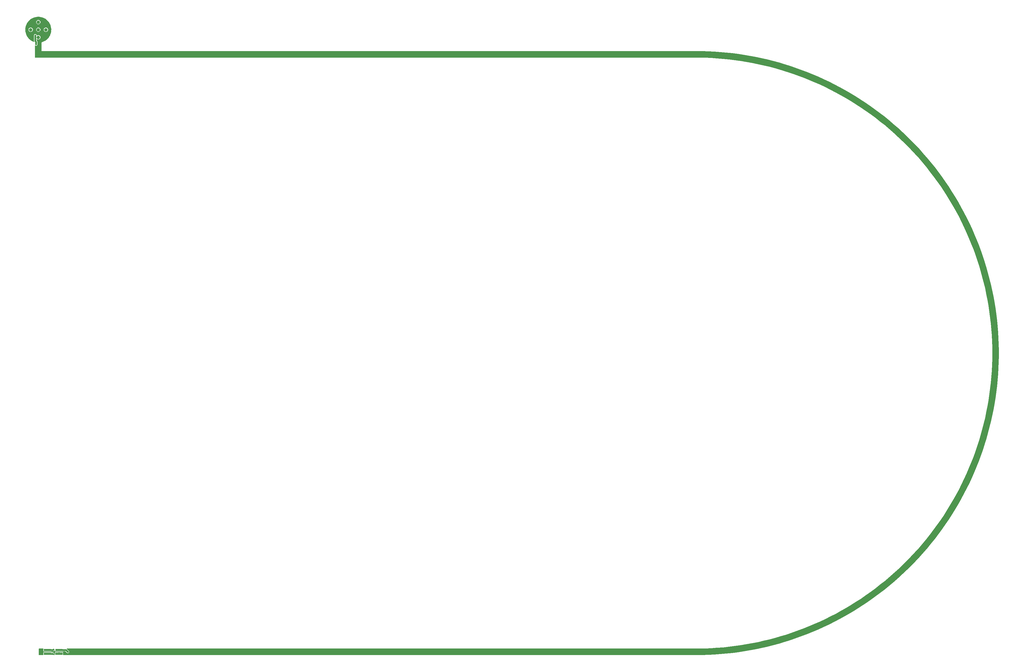
<source format=gbr>
%TF.GenerationSoftware,KiCad,Pcbnew,7.0.8-7.0.8~ubuntu22.04.1*%
%TF.CreationDate,2023-10-12T13:08:16-04:00*%
%TF.ProjectId,flex-IQ80xL,666c6578-2d49-4513-9830-784c2e6b6963,rev?*%
%TF.SameCoordinates,Original*%
%TF.FileFunction,Copper,L1,Top*%
%TF.FilePolarity,Positive*%
%FSLAX46Y46*%
G04 Gerber Fmt 4.6, Leading zero omitted, Abs format (unit mm)*
G04 Created by KiCad (PCBNEW 7.0.8-7.0.8~ubuntu22.04.1) date 2023-10-12 13:08:16*
%MOMM*%
%LPD*%
G01*
G04 APERTURE LIST*
%TA.AperFunction,ComponentPad*%
%ADD10C,1.143000*%
%TD*%
%TA.AperFunction,SMDPad,CuDef*%
%ADD11R,2.400000X0.740000*%
%TD*%
%TA.AperFunction,ViaPad*%
%ADD12C,0.400000*%
%TD*%
%TA.AperFunction,Conductor*%
%ADD13C,0.600000*%
%TD*%
G04 APERTURE END LIST*
D10*
%TO.P,U1,1,GND*%
%TO.N,GND*%
X25000000Y-22460000D03*
%TO.P,U1,2,OUT*%
%TO.N,Net-(U1-OUT)*%
X22460000Y-25000000D03*
%TO.P,U1,3,V+*%
%TO.N,VCC*%
X25000000Y-27540000D03*
%TO.P,U1,4,V-*%
%TO.N,VSS*%
X27540000Y-25000000D03*
%TO.P,U1,5,CASE*%
%TO.N,GND*%
X25000000Y-25000000D03*
%TD*%
D11*
%TO.P,J1,1,Pin_1*%
%TO.N,VSS*%
X28050000Y-232615000D03*
%TO.P,J1,2,Pin_2*%
%TO.N,Net-(J1-Pin_2)*%
X31950000Y-232615000D03*
%TO.P,J1,3,Pin_3*%
%TO.N,VCC*%
X28050000Y-233885000D03*
%TO.P,J1,4,Pin_4*%
%TO.N,GND*%
X31950000Y-233885000D03*
%TD*%
D12*
%TO.N,GND*%
X27975000Y-26275000D03*
%TO.N,VCC*%
X29950000Y-234000000D03*
%TO.N,VSS*%
X24250000Y-29900000D03*
X30050000Y-232500000D03*
X24000000Y-26900000D03*
%TO.N,Net-(J1-Pin_2)*%
X34850000Y-233250000D03*
%TD*%
D13*
%TO.N,VCC*%
X28050000Y-233885000D02*
X29835000Y-233885000D01*
X29835000Y-233885000D02*
X29950000Y-234000000D01*
%TO.N,VSS*%
X24250000Y-29000000D02*
X24250000Y-29900000D01*
X24000000Y-28750000D02*
X24250000Y-29000000D01*
X28050000Y-232615000D02*
X29935000Y-232615000D01*
X24000000Y-26900000D02*
X24000000Y-28750000D01*
X29935000Y-232615000D02*
X30050000Y-232500000D01*
%TO.N,Net-(J1-Pin_2)*%
X31950000Y-232615000D02*
X34215000Y-232615000D01*
X34215000Y-232615000D02*
X34850000Y-233250000D01*
%TD*%
%TA.AperFunction,Conductor*%
%TO.N,GND*%
G36*
X25205590Y-20655444D02*
G01*
X25608067Y-20693297D01*
X25611484Y-20693780D01*
X26008682Y-20769160D01*
X26012003Y-20769953D01*
X26347209Y-20866823D01*
X26400384Y-20882190D01*
X26403669Y-20883308D01*
X26779812Y-21031411D01*
X26782978Y-21032832D01*
X26892307Y-21088212D01*
X27143608Y-21215507D01*
X27146614Y-21217212D01*
X27488549Y-21432851D01*
X27491394Y-21434838D01*
X27811635Y-21681544D01*
X27814281Y-21683789D01*
X28110010Y-21959396D01*
X28112425Y-21961867D01*
X28381060Y-22263968D01*
X28383236Y-22266659D01*
X28622397Y-22592580D01*
X28624317Y-22595471D01*
X28831903Y-22942343D01*
X28833543Y-22945401D01*
X29007738Y-23310187D01*
X29009085Y-23313385D01*
X29148359Y-23692888D01*
X29149401Y-23696198D01*
X29252528Y-24087074D01*
X29253255Y-24090467D01*
X29319327Y-24489272D01*
X29319734Y-24492718D01*
X29348173Y-24895967D01*
X29348254Y-24899436D01*
X29338810Y-25303574D01*
X29338567Y-25307035D01*
X29291321Y-25708513D01*
X29290754Y-25711936D01*
X29206127Y-26107217D01*
X29205242Y-26110572D01*
X29083966Y-26496210D01*
X29082771Y-26499468D01*
X28925925Y-26872043D01*
X28924430Y-26875175D01*
X28733381Y-27231435D01*
X28731599Y-27234413D01*
X28508037Y-27571209D01*
X28505984Y-27574007D01*
X28278661Y-27855243D01*
X28251871Y-27888386D01*
X28249565Y-27890979D01*
X27967115Y-28180197D01*
X27964577Y-28182563D01*
X27656293Y-28444058D01*
X27653544Y-28446176D01*
X27322135Y-28677653D01*
X27319200Y-28679504D01*
X26967577Y-28878926D01*
X26964482Y-28880495D01*
X26595712Y-29046126D01*
X26592483Y-29047398D01*
X26209762Y-29177790D01*
X26207406Y-29178506D01*
X26172097Y-29187967D01*
X26172095Y-29187968D01*
X26147229Y-29212834D01*
X26145750Y-29214234D01*
X26124014Y-29233697D01*
X26121931Y-29236639D01*
X26115473Y-29244293D01*
X26115064Y-29245001D01*
X26107782Y-29272175D01*
X26106239Y-29276725D01*
X26097786Y-29297192D01*
X26099440Y-29326147D01*
X26099500Y-29328257D01*
X26099500Y-31970443D01*
X26096979Y-31989593D01*
X26094191Y-31999999D01*
X26094191Y-32000000D01*
X26098706Y-32016850D01*
X26098709Y-32016866D01*
X26115064Y-32077903D01*
X26115065Y-32077904D01*
X26172095Y-32134935D01*
X26250000Y-32155809D01*
X26258650Y-32153491D01*
X26260406Y-32153021D01*
X26279557Y-32150500D01*
X244965649Y-32150500D01*
X245000000Y-32150500D01*
X246997439Y-32170234D01*
X248994098Y-32229427D01*
X250989198Y-32328058D01*
X252981960Y-32466087D01*
X254971605Y-32643460D01*
X256957358Y-32860108D01*
X258938444Y-33115946D01*
X260914087Y-33410876D01*
X262883518Y-33744781D01*
X264845968Y-34117531D01*
X266800670Y-34528981D01*
X268746862Y-34978969D01*
X270683783Y-35467322D01*
X272610678Y-35993847D01*
X274526793Y-36558339D01*
X276431383Y-37160578D01*
X278323701Y-37800328D01*
X280203011Y-38477341D01*
X282068578Y-39191351D01*
X283919675Y-39942081D01*
X285755577Y-40729236D01*
X287575569Y-41552509D01*
X289378941Y-42411580D01*
X291164988Y-43306113D01*
X292933012Y-44235758D01*
X294682325Y-45200153D01*
X296412242Y-46198921D01*
X298122089Y-47231673D01*
X299811197Y-48298004D01*
X301478909Y-49397500D01*
X303124572Y-50529730D01*
X304747544Y-51694253D01*
X306347191Y-52890613D01*
X307922890Y-54118345D01*
X309474025Y-55376968D01*
X310999990Y-56665992D01*
X312500189Y-57984913D01*
X313974038Y-59333216D01*
X315420961Y-60710375D01*
X316840392Y-62115852D01*
X318231778Y-63549099D01*
X319594576Y-65009556D01*
X320928253Y-66496653D01*
X322232289Y-68009809D01*
X323506174Y-69548434D01*
X324749412Y-71111927D01*
X325961518Y-72699678D01*
X327142017Y-74311066D01*
X328290450Y-75945463D01*
X329406367Y-77602231D01*
X330489333Y-79280723D01*
X331538926Y-80980284D01*
X332554735Y-82700250D01*
X333536365Y-84439950D01*
X334483431Y-86198704D01*
X335395565Y-87975826D01*
X336272409Y-89770623D01*
X337113623Y-91582393D01*
X337918876Y-93410430D01*
X338687856Y-95254019D01*
X339420261Y-97112442D01*
X340115807Y-98984972D01*
X340774221Y-100870878D01*
X341395246Y-102769425D01*
X341978640Y-104679870D01*
X342524175Y-106601469D01*
X343031638Y-108533471D01*
X343500832Y-110475123D01*
X343931572Y-112425665D01*
X344323691Y-114384336D01*
X344677036Y-116350373D01*
X344991468Y-118323006D01*
X345266866Y-120301467D01*
X345503121Y-122284983D01*
X345700141Y-124272779D01*
X345857850Y-126264080D01*
X345976185Y-128258108D01*
X346055101Y-130254085D01*
X346094566Y-132251232D01*
X346094566Y-134248768D01*
X346055101Y-136245915D01*
X345976185Y-138241892D01*
X345857850Y-140235920D01*
X345700141Y-142227221D01*
X345503121Y-144215017D01*
X345266866Y-146198533D01*
X344991468Y-148176994D01*
X344677036Y-150149627D01*
X344323691Y-152115664D01*
X343931572Y-154074335D01*
X343500832Y-156024877D01*
X343031638Y-157966529D01*
X342524175Y-159898531D01*
X341978640Y-161820130D01*
X341395246Y-163730575D01*
X340774221Y-165629122D01*
X340115807Y-167515028D01*
X339420261Y-169387558D01*
X338687856Y-171245981D01*
X337918876Y-173089570D01*
X337113623Y-174917607D01*
X336272409Y-176729377D01*
X335395565Y-178524174D01*
X334483431Y-180301296D01*
X333536365Y-182060050D01*
X332554735Y-183799750D01*
X331538926Y-185519716D01*
X330489333Y-187219277D01*
X329406367Y-188897769D01*
X328290450Y-190554537D01*
X327142017Y-192188934D01*
X325961518Y-193800322D01*
X324749412Y-195388073D01*
X323506174Y-196951566D01*
X322232289Y-198490191D01*
X320928253Y-200003347D01*
X319594576Y-201490444D01*
X318231778Y-202950901D01*
X316840392Y-204384148D01*
X315420961Y-205789625D01*
X313974038Y-207166784D01*
X312500189Y-208515087D01*
X310999990Y-209834008D01*
X309474025Y-211123032D01*
X307922890Y-212381655D01*
X306347191Y-213609387D01*
X304747544Y-214805747D01*
X303124572Y-215970270D01*
X301478909Y-217102500D01*
X299811197Y-218201996D01*
X298122089Y-219268327D01*
X296412242Y-220301079D01*
X294682325Y-221299847D01*
X292933012Y-222264242D01*
X291164988Y-223193887D01*
X289378941Y-224088420D01*
X287575569Y-224947491D01*
X285755577Y-225770764D01*
X283919675Y-226557919D01*
X282068578Y-227308649D01*
X280203011Y-228022659D01*
X278323701Y-228699672D01*
X276431383Y-229339422D01*
X274526793Y-229941661D01*
X272610678Y-230506153D01*
X270683783Y-231032678D01*
X268746862Y-231521031D01*
X266800670Y-231971019D01*
X264845968Y-232382469D01*
X262883518Y-232755219D01*
X260914087Y-233089124D01*
X258938444Y-233384054D01*
X256957358Y-233639892D01*
X254971605Y-233856540D01*
X252981960Y-234033913D01*
X250989198Y-234171942D01*
X248994098Y-234270573D01*
X246997439Y-234329766D01*
X245000000Y-234349500D01*
X33373794Y-234349500D01*
X33326228Y-234332187D01*
X33300918Y-234288350D01*
X33300348Y-234273410D01*
X33300000Y-234273410D01*
X33300000Y-233960000D01*
X30600001Y-233960000D01*
X30600001Y-234273409D01*
X30598527Y-234273409D01*
X30587285Y-234317279D01*
X30546140Y-234346765D01*
X30526207Y-234349500D01*
X30402048Y-234349500D01*
X30354482Y-234332187D01*
X30329172Y-234288350D01*
X30334222Y-234245908D01*
X30335758Y-234242388D01*
X30390065Y-234117916D01*
X30405270Y-233982965D01*
X30380024Y-233849529D01*
X30359132Y-233810000D01*
X30600000Y-233810000D01*
X31875000Y-233810000D01*
X31875000Y-233365000D01*
X32025000Y-233365000D01*
X32025000Y-233810000D01*
X33299999Y-233810000D01*
X33299999Y-233500221D01*
X33291298Y-233456475D01*
X33258144Y-233406856D01*
X33258143Y-233406855D01*
X33208527Y-233373703D01*
X33164773Y-233365000D01*
X32025000Y-233365000D01*
X31875000Y-233365000D01*
X30735229Y-233365000D01*
X30691473Y-233373703D01*
X30641856Y-233406855D01*
X30641855Y-233406856D01*
X30608703Y-233456472D01*
X30600000Y-233500226D01*
X30600000Y-233810000D01*
X30359132Y-233810000D01*
X30316566Y-233729463D01*
X30172912Y-233585809D01*
X30170145Y-233582712D01*
X30144877Y-233551028D01*
X30095728Y-233517519D01*
X30047882Y-233482207D01*
X30042981Y-233479617D01*
X30043002Y-233479575D01*
X30037687Y-233476892D01*
X30037668Y-233476933D01*
X30032673Y-233474527D01*
X29975822Y-233456992D01*
X29973779Y-233456277D01*
X29919699Y-233437354D01*
X29919697Y-233437353D01*
X29919695Y-233437353D01*
X29914251Y-233436323D01*
X29914259Y-233436278D01*
X29908391Y-233435281D01*
X29908385Y-233435326D01*
X29902903Y-233434500D01*
X29902902Y-233434500D01*
X29843426Y-233434500D01*
X29783994Y-233432275D01*
X29778481Y-233432897D01*
X29778475Y-233432850D01*
X29765948Y-233434500D01*
X29416769Y-233434500D01*
X29369203Y-233417187D01*
X29363964Y-233411341D01*
X29363657Y-233411649D01*
X29358503Y-233406495D01*
X29308722Y-233373233D01*
X29264820Y-233364500D01*
X26835180Y-233364500D01*
X26813229Y-233368866D01*
X26791277Y-233373233D01*
X26741496Y-233406495D01*
X26741495Y-233406496D01*
X26708233Y-233456277D01*
X26699500Y-233500180D01*
X26699500Y-234273456D01*
X26698013Y-234273456D01*
X26686771Y-234317290D01*
X26645621Y-234346768D01*
X26625701Y-234349500D01*
X25224500Y-234349500D01*
X25176934Y-234332187D01*
X25151624Y-234288350D01*
X25150500Y-234275500D01*
X25150500Y-232224500D01*
X25167813Y-232176934D01*
X25211650Y-232151624D01*
X25224500Y-232150500D01*
X26625701Y-232150500D01*
X26673267Y-232167813D01*
X26698577Y-232211650D01*
X26699147Y-232226544D01*
X26699500Y-232226544D01*
X26699500Y-232999819D01*
X26708233Y-233043722D01*
X26734352Y-233082813D01*
X26741496Y-233093504D01*
X26791278Y-233126767D01*
X26835180Y-233135500D01*
X26835181Y-233135500D01*
X29264819Y-233135500D01*
X29264820Y-233135500D01*
X29308722Y-233126767D01*
X29358504Y-233093504D01*
X29358506Y-233093500D01*
X29363657Y-233088351D01*
X29365889Y-233090583D01*
X29396043Y-233068462D01*
X29416769Y-233065500D01*
X29907617Y-233065500D01*
X29911763Y-233065733D01*
X29926538Y-233067397D01*
X29952035Y-233070270D01*
X30010479Y-233059211D01*
X30069287Y-233050348D01*
X30069292Y-233050345D01*
X30074590Y-233048712D01*
X30074604Y-233048759D01*
X30080252Y-233046900D01*
X30080237Y-233046855D01*
X30085467Y-233045025D01*
X30085470Y-233045023D01*
X30085472Y-233045023D01*
X30138072Y-233017222D01*
X30191642Y-232991425D01*
X30191646Y-232991421D01*
X30196222Y-232988302D01*
X30196248Y-232988341D01*
X30201102Y-232984897D01*
X30201075Y-232984860D01*
X30205535Y-232981567D01*
X30205538Y-232981566D01*
X30247597Y-232939506D01*
X30291194Y-232899055D01*
X30291197Y-232899049D01*
X30294653Y-232894717D01*
X30294690Y-232894746D01*
X30302382Y-232884720D01*
X30392417Y-232794686D01*
X30392417Y-232794685D01*
X30392425Y-232794678D01*
X30452793Y-232712882D01*
X30455652Y-232704710D01*
X30487703Y-232665531D01*
X30537439Y-232656119D01*
X30581589Y-232680880D01*
X30599494Y-232728226D01*
X30599500Y-232729150D01*
X30599500Y-232999819D01*
X30608233Y-233043722D01*
X30634352Y-233082813D01*
X30641496Y-233093504D01*
X30691278Y-233126767D01*
X30735180Y-233135500D01*
X30735181Y-233135500D01*
X33164819Y-233135500D01*
X33164820Y-233135500D01*
X33208722Y-233126767D01*
X33258504Y-233093504D01*
X33258506Y-233093500D01*
X33263657Y-233088351D01*
X33265889Y-233090583D01*
X33296043Y-233068462D01*
X33316769Y-233065500D01*
X33997744Y-233065500D01*
X34045310Y-233082813D01*
X34050070Y-233087174D01*
X34555322Y-233592425D01*
X34637118Y-233652793D01*
X34637119Y-233652793D01*
X34637120Y-233652794D01*
X34637119Y-233652794D01*
X34765295Y-233697644D01*
X34765301Y-233697646D01*
X34825616Y-233699903D01*
X34901005Y-233702725D01*
X34901006Y-233702724D01*
X34901010Y-233702725D01*
X35032187Y-233667576D01*
X35147175Y-233595324D01*
X35235758Y-233492388D01*
X35290065Y-233367916D01*
X35305270Y-233232965D01*
X35280024Y-233099529D01*
X35216566Y-232979463D01*
X34552912Y-232315809D01*
X34550145Y-232312712D01*
X34524877Y-232281027D01*
X34522415Y-232278743D01*
X34499325Y-232233697D01*
X34510592Y-232184348D01*
X34550944Y-232153786D01*
X34572751Y-232150500D01*
X245989540Y-232150500D01*
X247968223Y-232110901D01*
X249945717Y-232031719D01*
X251921232Y-231912985D01*
X253893975Y-231754747D01*
X255863157Y-231557069D01*
X257827990Y-231320030D01*
X259787686Y-231043724D01*
X261741462Y-230728262D01*
X263688534Y-230373770D01*
X265628124Y-229980391D01*
X267559454Y-229548282D01*
X269481751Y-229077615D01*
X271394247Y-228568580D01*
X273296174Y-228021381D01*
X275186772Y-227436235D01*
X277065283Y-226813378D01*
X278930955Y-226153059D01*
X280783042Y-225455542D01*
X282620801Y-224721107D01*
X284443498Y-223950047D01*
X286250401Y-223142672D01*
X288040788Y-222299304D01*
X289813942Y-221420282D01*
X291569153Y-220505957D01*
X293305718Y-219556695D01*
X293809055Y-219268327D01*
X295022941Y-218572877D01*
X296720136Y-217554897D01*
X298396622Y-216503161D01*
X300051729Y-215418091D01*
X301684794Y-214300122D01*
X303295162Y-213149700D01*
X304882189Y-211967288D01*
X306445240Y-210753358D01*
X307983689Y-209508396D01*
X309496920Y-208232901D01*
X310984326Y-206927383D01*
X312445313Y-205592365D01*
X313879295Y-204228382D01*
X315285699Y-202835980D01*
X316663960Y-201415716D01*
X318013528Y-199968159D01*
X319333862Y-198493888D01*
X320624433Y-196993495D01*
X321884725Y-195467579D01*
X323114233Y-193916751D01*
X324312464Y-192341633D01*
X325478939Y-190742855D01*
X326613191Y-189121058D01*
X327714766Y-187476890D01*
X328783222Y-185811010D01*
X329818132Y-184124085D01*
X330819082Y-182416790D01*
X331785670Y-180689810D01*
X332717510Y-178943834D01*
X333614228Y-177179564D01*
X334475466Y-175397704D01*
X335300879Y-173598969D01*
X336090136Y-171784078D01*
X336842921Y-169953759D01*
X337558933Y-168108743D01*
X338237885Y-166249771D01*
X338879505Y-164377585D01*
X339483537Y-162492936D01*
X340049738Y-160596579D01*
X340577882Y-158689272D01*
X341067757Y-156771780D01*
X341519167Y-154844870D01*
X341931932Y-152909313D01*
X342305886Y-150965884D01*
X342640880Y-149015363D01*
X342936778Y-147058529D01*
X343193464Y-145096166D01*
X343410834Y-143129061D01*
X343588801Y-141157999D01*
X343727293Y-139183772D01*
X343826256Y-137207168D01*
X343885649Y-135228980D01*
X343905450Y-133250000D01*
X343885649Y-131271020D01*
X343826256Y-129292832D01*
X343727293Y-127316228D01*
X343588801Y-125342001D01*
X343410834Y-123370939D01*
X343193464Y-121403834D01*
X342936778Y-119441471D01*
X342640880Y-117484637D01*
X342305886Y-115534116D01*
X341931932Y-113590687D01*
X341519167Y-111655130D01*
X341067757Y-109728220D01*
X340577882Y-107810728D01*
X340049738Y-105903421D01*
X339483537Y-104007064D01*
X338879505Y-102122415D01*
X338237885Y-100250229D01*
X337558933Y-98391257D01*
X336842921Y-96546241D01*
X336090136Y-94715922D01*
X335300879Y-92901031D01*
X334475466Y-91102296D01*
X333614228Y-89320436D01*
X332717510Y-87556166D01*
X331785670Y-85810190D01*
X330819082Y-84083210D01*
X329818132Y-82375915D01*
X328783222Y-80688990D01*
X327714766Y-79023110D01*
X326613191Y-77378942D01*
X325478939Y-75757145D01*
X324312464Y-74158367D01*
X323114233Y-72583249D01*
X321884725Y-71032421D01*
X320624433Y-69506505D01*
X319333862Y-68006112D01*
X318013528Y-66531841D01*
X316663960Y-65084284D01*
X315285699Y-63664020D01*
X313879295Y-62271618D01*
X312445313Y-60907635D01*
X310984326Y-59572617D01*
X309496920Y-58267099D01*
X307983689Y-56991604D01*
X306445240Y-55746642D01*
X304882189Y-54532712D01*
X303295162Y-53350300D01*
X301684794Y-52199878D01*
X300051729Y-51081909D01*
X298396622Y-49996839D01*
X296720136Y-48945103D01*
X295022941Y-47927123D01*
X293305718Y-46943305D01*
X291569153Y-45994043D01*
X289813942Y-45079718D01*
X288040788Y-44200696D01*
X286250401Y-43357328D01*
X284443498Y-42549953D01*
X282620801Y-41778893D01*
X280783042Y-41044458D01*
X278930955Y-40346941D01*
X277065283Y-39686622D01*
X275186772Y-39063765D01*
X273296174Y-38478619D01*
X271394247Y-37931420D01*
X269481751Y-37422385D01*
X267559454Y-36951718D01*
X265628124Y-36519609D01*
X263688534Y-36126230D01*
X261741462Y-35771738D01*
X259787686Y-35456276D01*
X257827990Y-35179970D01*
X255863157Y-34942931D01*
X253893975Y-34745253D01*
X251921232Y-34587015D01*
X249945717Y-34468281D01*
X247968223Y-34389099D01*
X245989540Y-34349500D01*
X23974500Y-34349500D01*
X23926934Y-34332187D01*
X23901624Y-34288350D01*
X23900500Y-34275500D01*
X23900500Y-30346581D01*
X23917813Y-30299015D01*
X23961650Y-30273705D01*
X24011499Y-30282494D01*
X24083555Y-30324096D01*
X24215954Y-30354315D01*
X24351378Y-30344166D01*
X24477794Y-30294552D01*
X24583970Y-30209879D01*
X24660472Y-30097673D01*
X24700500Y-29967902D01*
X24700500Y-29027382D01*
X24700733Y-29023236D01*
X24705113Y-28984354D01*
X24705270Y-28982965D01*
X24694211Y-28924520D01*
X24685348Y-28865713D01*
X24685346Y-28865708D01*
X24683713Y-28860411D01*
X24683758Y-28860397D01*
X24681899Y-28854748D01*
X24681854Y-28854764D01*
X24680024Y-28849533D01*
X24680023Y-28849528D01*
X24667312Y-28825479D01*
X24652226Y-28796935D01*
X24626426Y-28743359D01*
X24623302Y-28738777D01*
X24623340Y-28738750D01*
X24619896Y-28733895D01*
X24619858Y-28733924D01*
X24616565Y-28729462D01*
X24574517Y-28687413D01*
X24551832Y-28662965D01*
X24534055Y-28643806D01*
X24534048Y-28643802D01*
X24529717Y-28640347D01*
X24529745Y-28640311D01*
X24519723Y-28632620D01*
X24472174Y-28585071D01*
X24450782Y-28539195D01*
X24450500Y-28532745D01*
X24450500Y-28181318D01*
X24467813Y-28133752D01*
X24511650Y-28108442D01*
X24561500Y-28117232D01*
X24563870Y-28118660D01*
X24684754Y-28194616D01*
X24684756Y-28194617D01*
X24838314Y-28248349D01*
X24838323Y-28248352D01*
X25000000Y-28266569D01*
X25161677Y-28248352D01*
X25315246Y-28194616D01*
X25453008Y-28108055D01*
X25568055Y-27993008D01*
X25654616Y-27855246D01*
X25708352Y-27701677D01*
X25726569Y-27540000D01*
X25708352Y-27378323D01*
X25654616Y-27224754D01*
X25568055Y-27086992D01*
X25453008Y-26971945D01*
X25453007Y-26971944D01*
X25315245Y-26885383D01*
X25315243Y-26885382D01*
X25161685Y-26831650D01*
X25161677Y-26831648D01*
X25000000Y-26813431D01*
X24838322Y-26831648D01*
X24838314Y-26831650D01*
X24684756Y-26885382D01*
X24684754Y-26885383D01*
X24563870Y-26961339D01*
X24514383Y-26971986D01*
X24469630Y-26948333D01*
X24450552Y-26901447D01*
X24450500Y-26898681D01*
X24450500Y-26866240D01*
X24450499Y-26866231D01*
X24435348Y-26765714D01*
X24376425Y-26643358D01*
X24284057Y-26543807D01*
X24284055Y-26543806D01*
X24166444Y-26475903D01*
X24034044Y-26445684D01*
X23898625Y-26455833D01*
X23898620Y-26455834D01*
X23772205Y-26505448D01*
X23772201Y-26505450D01*
X23666031Y-26590119D01*
X23589527Y-26702329D01*
X23549500Y-26832099D01*
X23549500Y-28722616D01*
X23549267Y-28726762D01*
X23544729Y-28767034D01*
X23555788Y-28825479D01*
X23564652Y-28884291D01*
X23566287Y-28889589D01*
X23566242Y-28889602D01*
X23568102Y-28895254D01*
X23568146Y-28895239D01*
X23569978Y-28900475D01*
X23597777Y-28953072D01*
X23612841Y-28984354D01*
X23617880Y-29034721D01*
X23589365Y-29076544D01*
X23540638Y-29090253D01*
X23522304Y-29086506D01*
X23407516Y-29047398D01*
X23404287Y-29046126D01*
X23035517Y-28880495D01*
X23032422Y-28878926D01*
X22938184Y-28825479D01*
X22680791Y-28679499D01*
X22677877Y-28677661D01*
X22447812Y-28516970D01*
X22346455Y-28446176D01*
X22343706Y-28444058D01*
X22035422Y-28182563D01*
X22032884Y-28180197D01*
X21750434Y-27890979D01*
X21748142Y-27888402D01*
X21494006Y-27573995D01*
X21491974Y-27571225D01*
X21268392Y-27234400D01*
X21266624Y-27231445D01*
X21075565Y-26875166D01*
X21074078Y-26872053D01*
X20917228Y-26499468D01*
X20916033Y-26496210D01*
X20794757Y-26110572D01*
X20793875Y-26107232D01*
X20709245Y-25711936D01*
X20708678Y-25708513D01*
X20702336Y-25654617D01*
X20661430Y-25307011D01*
X20661189Y-25303574D01*
X20661004Y-25295664D01*
X20654095Y-25000000D01*
X21733431Y-25000000D01*
X21751648Y-25161677D01*
X21751650Y-25161685D01*
X21805382Y-25315243D01*
X21805383Y-25315245D01*
X21891944Y-25453007D01*
X22006992Y-25568055D01*
X22144754Y-25654616D01*
X22144756Y-25654617D01*
X22296911Y-25707858D01*
X22298323Y-25708352D01*
X22460000Y-25726569D01*
X22621677Y-25708352D01*
X22775246Y-25654616D01*
X22913008Y-25568055D01*
X23028055Y-25453008D01*
X23114616Y-25315246D01*
X23168352Y-25161677D01*
X23186569Y-25000000D01*
X24273935Y-25000000D01*
X24292139Y-25161565D01*
X24292141Y-25161573D01*
X24345836Y-25315023D01*
X24345838Y-25315028D01*
X24432339Y-25452692D01*
X24436790Y-25457143D01*
X24756374Y-25137559D01*
X24773172Y-25171293D01*
X24850367Y-25241666D01*
X24860481Y-25245584D01*
X24542856Y-25563209D01*
X24547307Y-25567660D01*
X24684971Y-25654161D01*
X24684976Y-25654163D01*
X24838426Y-25707858D01*
X24838434Y-25707860D01*
X25000000Y-25726064D01*
X25161565Y-25707860D01*
X25161573Y-25707858D01*
X25315023Y-25654163D01*
X25315028Y-25654161D01*
X25452692Y-25567660D01*
X25457143Y-25563209D01*
X25137450Y-25243516D01*
X25191491Y-25210056D01*
X25245113Y-25139047D01*
X25563209Y-25457143D01*
X25567660Y-25452692D01*
X25654161Y-25315028D01*
X25654163Y-25315023D01*
X25707858Y-25161573D01*
X25707860Y-25161565D01*
X25726064Y-25000000D01*
X26813431Y-25000000D01*
X26831648Y-25161677D01*
X26831650Y-25161685D01*
X26885382Y-25315243D01*
X26885383Y-25315245D01*
X26971944Y-25453007D01*
X27086992Y-25568055D01*
X27224754Y-25654616D01*
X27224756Y-25654617D01*
X27376911Y-25707858D01*
X27378323Y-25708352D01*
X27540000Y-25726569D01*
X27701677Y-25708352D01*
X27855246Y-25654616D01*
X27993008Y-25568055D01*
X28108055Y-25453008D01*
X28194616Y-25315246D01*
X28248352Y-25161677D01*
X28266569Y-25000000D01*
X28248352Y-24838323D01*
X28244987Y-24828707D01*
X28194617Y-24684756D01*
X28194616Y-24684754D01*
X28108055Y-24546992D01*
X27993007Y-24431944D01*
X27855245Y-24345383D01*
X27855243Y-24345382D01*
X27701685Y-24291650D01*
X27701677Y-24291648D01*
X27540000Y-24273431D01*
X27378322Y-24291648D01*
X27378314Y-24291650D01*
X27224756Y-24345382D01*
X27224754Y-24345383D01*
X27086992Y-24431944D01*
X26971944Y-24546992D01*
X26885383Y-24684754D01*
X26885382Y-24684756D01*
X26831650Y-24838314D01*
X26831648Y-24838322D01*
X26813431Y-25000000D01*
X25726064Y-25000000D01*
X25707860Y-24838434D01*
X25707858Y-24838426D01*
X25654163Y-24684976D01*
X25654161Y-24684971D01*
X25567660Y-24547307D01*
X25563209Y-24542856D01*
X25243625Y-24862440D01*
X25226828Y-24828707D01*
X25149633Y-24758334D01*
X25139518Y-24754415D01*
X25457144Y-24436790D01*
X25452692Y-24432339D01*
X25315028Y-24345838D01*
X25315023Y-24345836D01*
X25161573Y-24292141D01*
X25161565Y-24292139D01*
X25000000Y-24273935D01*
X24838434Y-24292139D01*
X24838426Y-24292141D01*
X24684976Y-24345836D01*
X24684971Y-24345838D01*
X24547307Y-24432339D01*
X24542856Y-24436790D01*
X24862549Y-24756483D01*
X24808509Y-24789944D01*
X24754886Y-24860952D01*
X24436790Y-24542856D01*
X24432339Y-24547307D01*
X24345838Y-24684971D01*
X24345836Y-24684976D01*
X24292141Y-24838426D01*
X24292139Y-24838434D01*
X24273935Y-25000000D01*
X23186569Y-25000000D01*
X23168352Y-24838323D01*
X23164987Y-24828707D01*
X23114617Y-24684756D01*
X23114616Y-24684754D01*
X23028055Y-24546992D01*
X22913007Y-24431944D01*
X22775245Y-24345383D01*
X22775243Y-24345382D01*
X22621685Y-24291650D01*
X22621677Y-24291648D01*
X22460000Y-24273431D01*
X22298322Y-24291648D01*
X22298314Y-24291650D01*
X22144756Y-24345382D01*
X22144754Y-24345383D01*
X22006992Y-24431944D01*
X21891944Y-24546992D01*
X21805383Y-24684754D01*
X21805382Y-24684756D01*
X21751650Y-24838314D01*
X21751648Y-24838322D01*
X21733431Y-25000000D01*
X20654095Y-25000000D01*
X20651745Y-24899436D01*
X20651826Y-24895967D01*
X20680267Y-24492697D01*
X20680672Y-24489272D01*
X20746746Y-24090455D01*
X20747471Y-24087074D01*
X20761252Y-24034843D01*
X20850598Y-23696197D01*
X20851640Y-23692888D01*
X20990914Y-23313385D01*
X20992255Y-23310198D01*
X21166457Y-22945397D01*
X21168088Y-22942357D01*
X21375687Y-22595463D01*
X21377602Y-22592580D01*
X21474889Y-22460000D01*
X24273935Y-22460000D01*
X24292139Y-22621565D01*
X24292141Y-22621573D01*
X24345836Y-22775023D01*
X24345838Y-22775028D01*
X24432339Y-22912692D01*
X24436790Y-22917143D01*
X24756374Y-22597559D01*
X24773172Y-22631293D01*
X24850367Y-22701666D01*
X24860481Y-22705584D01*
X24542856Y-23023209D01*
X24547307Y-23027660D01*
X24684971Y-23114161D01*
X24684976Y-23114163D01*
X24838426Y-23167858D01*
X24838434Y-23167860D01*
X25000000Y-23186064D01*
X25161565Y-23167860D01*
X25161573Y-23167858D01*
X25315023Y-23114163D01*
X25315028Y-23114161D01*
X25452692Y-23027660D01*
X25457143Y-23023209D01*
X25137450Y-22703516D01*
X25191491Y-22670056D01*
X25245113Y-22599047D01*
X25563209Y-22917143D01*
X25567660Y-22912692D01*
X25654161Y-22775028D01*
X25654163Y-22775023D01*
X25707858Y-22621573D01*
X25707860Y-22621565D01*
X25726064Y-22460000D01*
X25707860Y-22298434D01*
X25707858Y-22298426D01*
X25654163Y-22144976D01*
X25654161Y-22144971D01*
X25567660Y-22007307D01*
X25563209Y-22002856D01*
X25243625Y-22322440D01*
X25226828Y-22288707D01*
X25149633Y-22218334D01*
X25139518Y-22214415D01*
X25457144Y-21896790D01*
X25452692Y-21892339D01*
X25315028Y-21805838D01*
X25315023Y-21805836D01*
X25161573Y-21752141D01*
X25161565Y-21752139D01*
X25000000Y-21733935D01*
X24838434Y-21752139D01*
X24838426Y-21752141D01*
X24684976Y-21805836D01*
X24684971Y-21805838D01*
X24547307Y-21892339D01*
X24542856Y-21896790D01*
X24862549Y-22216483D01*
X24808509Y-22249944D01*
X24754886Y-22320952D01*
X24436790Y-22002856D01*
X24432339Y-22007307D01*
X24345838Y-22144971D01*
X24345836Y-22144976D01*
X24292141Y-22298426D01*
X24292139Y-22298434D01*
X24273935Y-22460000D01*
X21474889Y-22460000D01*
X21567860Y-22333303D01*
X21616769Y-22266650D01*
X21618928Y-22263980D01*
X21887585Y-21961856D01*
X21889975Y-21959410D01*
X22185721Y-21683785D01*
X22188350Y-21681555D01*
X22508605Y-21434838D01*
X22511450Y-21432851D01*
X22853393Y-21217207D01*
X22856381Y-21215512D01*
X23217023Y-21032830D01*
X23220187Y-21031411D01*
X23356846Y-20977602D01*
X23596339Y-20883304D01*
X23599615Y-20882190D01*
X23988000Y-20769952D01*
X23991312Y-20769161D01*
X24388518Y-20693779D01*
X24391932Y-20693297D01*
X24794410Y-20655444D01*
X24797877Y-20655281D01*
X25202123Y-20655281D01*
X25205590Y-20655444D01*
G37*
%TD.AperFunction*%
%TD*%
M02*

</source>
